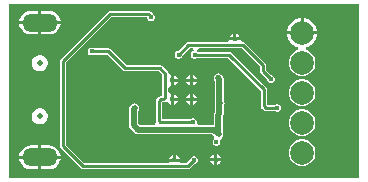
<source format=gbl>
%TF.GenerationSoftware,Altium Limited,Altium Designer,24.7.2 (38)*%
G04 Layer_Physical_Order=2*
G04 Layer_Color=16711680*
%FSLAX26Y26*%
%MOIN*%
%TF.SameCoordinates,5A157747-18B5-4676-A4C7-82BAAE217A37*%
%TF.FilePolarity,Positive*%
%TF.FileFunction,Copper,L2,Bot,Signal*%
%TF.Part,Single*%
G01*
G75*
%TA.AperFunction,Conductor*%
%ADD21C,0.010000*%
%ADD25C,0.019685*%
%TA.AperFunction,ComponentPad*%
%ADD28O,0.118110X0.059055*%
%ADD29C,0.019685*%
%ADD30C,0.078740*%
%TA.AperFunction,ViaPad*%
%ADD31C,0.015748*%
G36*
X1174625Y6477D02*
X6477D01*
Y584074D01*
X1174625D01*
Y6477D01*
D02*
G37*
%LPC*%
G36*
X139764Y563491D02*
X115236D01*
Y528622D01*
X178974D01*
X178274Y533941D01*
X174291Y543556D01*
X167955Y551813D01*
X159698Y558149D01*
X150083Y562132D01*
X139764Y563491D01*
D02*
G37*
G36*
X105236D02*
X80709D01*
X70390Y562132D01*
X60774Y558149D01*
X52517Y551813D01*
X46181Y543556D01*
X42199Y533941D01*
X41498Y528622D01*
X105236D01*
Y563491D01*
D02*
G37*
G36*
X472567Y562754D02*
X344300D01*
X340398Y561978D01*
X337090Y559768D01*
X180594Y403272D01*
X178384Y399964D01*
X177608Y396062D01*
Y111613D01*
X178384Y107711D01*
X180594Y104403D01*
X245987Y39011D01*
X249294Y36801D01*
X253196Y36025D01*
X604212D01*
X608114Y36801D01*
X611422Y39011D01*
X625561Y53150D01*
X626577D01*
X631308Y55110D01*
X634930Y58731D01*
X636890Y63463D01*
Y68585D01*
X634930Y73316D01*
X631308Y76938D01*
X626577Y78898D01*
X621455D01*
X616723Y76938D01*
X613102Y73316D01*
X611142Y68585D01*
Y67569D01*
X599989Y56416D01*
X580138D01*
X577648Y60143D01*
X539970D01*
X537480Y56416D01*
X257419D01*
X197999Y115836D01*
Y391839D01*
X348523Y542362D01*
X468344D01*
X468425Y542281D01*
Y537793D01*
X470385Y533062D01*
X474007Y529440D01*
X478738Y527480D01*
X483860D01*
X488592Y529440D01*
X492213Y533062D01*
X494173Y537793D01*
Y542915D01*
X492213Y547647D01*
X488592Y551268D01*
X486944Y551951D01*
X485635Y553910D01*
X479777Y559768D01*
X476469Y561978D01*
X472567Y562754D01*
D02*
G37*
G36*
X990752Y538735D02*
X989252D01*
Y494365D01*
X1033622D01*
Y495864D01*
X1030258Y508421D01*
X1023758Y519678D01*
X1014566Y528870D01*
X1003308Y535370D01*
X990752Y538735D01*
D02*
G37*
G36*
X979252D02*
X977752D01*
X965196Y535370D01*
X953938Y528870D01*
X944746Y519678D01*
X938246Y508421D01*
X934882Y495864D01*
Y494365D01*
X979252D01*
Y538735D01*
D02*
G37*
G36*
X178974Y518622D02*
X115236D01*
Y483753D01*
X139764D01*
X150083Y485112D01*
X159698Y489095D01*
X167955Y495431D01*
X174291Y503688D01*
X178274Y513303D01*
X178974Y518622D01*
D02*
G37*
G36*
X105236D02*
X41498D01*
X42199Y513303D01*
X46181Y503688D01*
X52517Y495431D01*
X60774Y489095D01*
X70390Y485112D01*
X80709Y483753D01*
X105236D01*
Y518622D01*
D02*
G37*
G36*
X764842Y486764D02*
Y474488D01*
X777118D01*
X774995Y479613D01*
X769967Y484641D01*
X764842Y486764D01*
D02*
G37*
G36*
X754842D02*
X749718Y484641D01*
X744690Y479613D01*
X742567Y474488D01*
X754842D01*
Y486764D01*
D02*
G37*
G36*
X113745Y414449D02*
X106727D01*
X99948Y412632D01*
X93871Y409123D01*
X88908Y404161D01*
X85399Y398083D01*
X83583Y391304D01*
Y384286D01*
X85399Y377507D01*
X88908Y371430D01*
X93871Y366467D01*
X99948Y362958D01*
X106727Y361142D01*
X113745D01*
X120524Y362958D01*
X126602Y366467D01*
X131564Y371430D01*
X135073Y377507D01*
X136890Y384286D01*
Y391304D01*
X135073Y398083D01*
X131564Y404161D01*
X126602Y409123D01*
X120524Y412632D01*
X113745Y414449D01*
D02*
G37*
G36*
X1033622Y484365D02*
X984252D01*
X934882D01*
Y482865D01*
X938246Y470308D01*
X944746Y459051D01*
X953938Y449859D01*
X965196Y443359D01*
X970444Y441953D01*
Y431600D01*
X967126Y430711D01*
X957008Y424870D01*
X948747Y416608D01*
X942906Y406491D01*
X939882Y395206D01*
Y383523D01*
X942906Y372238D01*
X948747Y362121D01*
X957008Y353860D01*
X967126Y348018D01*
X978411Y344995D01*
X990093D01*
X1001378Y348018D01*
X1011496Y353860D01*
X1019757Y362121D01*
X1025598Y372238D01*
X1028622Y383523D01*
Y395206D01*
X1025598Y406491D01*
X1019757Y416608D01*
X1011496Y424870D01*
X1001378Y430711D01*
X998060Y431600D01*
Y441953D01*
X1003308Y443359D01*
X1014566Y449859D01*
X1023758Y459051D01*
X1030258Y470308D01*
X1033622Y482865D01*
Y484365D01*
D02*
G37*
G36*
X620606Y348433D02*
Y336158D01*
X632882D01*
X630759Y341283D01*
X625731Y346311D01*
X620606Y348433D01*
D02*
G37*
G36*
X610606D02*
X605482Y346311D01*
X600454Y341283D01*
X598331Y336158D01*
X610606D01*
Y348433D01*
D02*
G37*
G36*
X556716D02*
Y336158D01*
X568992D01*
X566869Y341283D01*
X561841Y346311D01*
X556716Y348433D01*
D02*
G37*
G36*
X779378Y464488D02*
X740307D01*
X734010Y459015D01*
X605315D01*
X601413Y458239D01*
X598105Y456029D01*
X571289Y429213D01*
X570274D01*
X565542Y427253D01*
X561921Y423631D01*
X559961Y418899D01*
Y413778D01*
X561921Y409046D01*
X565542Y405425D01*
X570274Y403465D01*
X575395D01*
X580127Y405425D01*
X583749Y409046D01*
X585709Y413778D01*
Y414793D01*
X609538Y438623D01*
X621012D01*
X622077Y438112D01*
X623332Y429816D01*
X621651Y428478D01*
X623423Y429213D01*
Y429213D01*
X618692Y427253D01*
X615070Y423631D01*
X613110Y418899D01*
Y413778D01*
X615070Y409046D01*
X618692Y405425D01*
X623423Y403465D01*
X628545D01*
X633277Y405425D01*
X633995Y406143D01*
X737903D01*
X847088Y296958D01*
Y244047D01*
X847864Y240145D01*
X850074Y236837D01*
X855932Y230979D01*
X859240Y228769D01*
X863141Y227993D01*
X893564D01*
X894282Y227275D01*
X899014Y225315D01*
X904136D01*
X908867Y227275D01*
X912489Y230897D01*
X914449Y235628D01*
Y240750D01*
X912489Y245482D01*
X908867Y249103D01*
X904136Y251063D01*
X899014D01*
X894282Y249103D01*
X893564Y248385D01*
X867479D01*
Y301181D01*
X866703Y305083D01*
X864493Y308391D01*
X749336Y423548D01*
X746028Y425758D01*
X742126Y426534D01*
X637719D01*
X635560Y428623D01*
X639604Y438623D01*
X782194D01*
X843151Y377666D01*
Y362205D01*
X843927Y358303D01*
X846137Y354995D01*
X868032Y333101D01*
Y333069D01*
X869991Y328337D01*
X873613Y324716D01*
X878345Y322756D01*
X883466D01*
X888198Y324716D01*
X891819Y328337D01*
X893779Y333069D01*
Y338191D01*
X891819Y342922D01*
X888198Y346544D01*
X883466Y348504D01*
X881466D01*
X863542Y366428D01*
Y381890D01*
X862766Y385791D01*
X860556Y389099D01*
X793627Y456029D01*
X790319Y458239D01*
X786417Y459015D01*
X785675D01*
X779378Y464488D01*
D02*
G37*
G36*
X632882Y326158D02*
X620606D01*
Y313882D01*
X625731Y316005D01*
X630759Y321033D01*
X632882Y326158D01*
D02*
G37*
G36*
X610606D02*
X598331D01*
X600454Y321033D01*
X605482Y316005D01*
X610606Y313882D01*
Y326158D01*
D02*
G37*
G36*
X568992D02*
X556716D01*
Y313882D01*
X561841Y316005D01*
X566869Y321033D01*
X568992Y326158D01*
D02*
G37*
G36*
X620606Y284543D02*
Y272267D01*
X632882D01*
X630759Y277392D01*
X625731Y282420D01*
X620606Y284543D01*
D02*
G37*
G36*
X610606D02*
X605482Y282420D01*
X600454Y277392D01*
X598331Y272267D01*
X610606D01*
Y284543D01*
D02*
G37*
G36*
X556716D02*
Y272267D01*
X568992D01*
X566869Y277392D01*
X561841Y282420D01*
X556716Y284543D01*
D02*
G37*
G36*
X632882Y262267D02*
X620606D01*
Y249992D01*
X625731Y252115D01*
X630759Y257143D01*
X632882Y262267D01*
D02*
G37*
G36*
X610606D02*
X598331D01*
X600454Y257143D01*
X605482Y252115D01*
X610606Y249992D01*
Y262267D01*
D02*
G37*
G36*
X568992D02*
X556716D01*
Y249992D01*
X561841Y252115D01*
X566869Y257143D01*
X568992Y262267D01*
D02*
G37*
G36*
X990093Y333735D02*
X978411D01*
X967126Y330711D01*
X957008Y324870D01*
X948747Y316608D01*
X942906Y306491D01*
X939882Y295206D01*
Y283523D01*
X942906Y272238D01*
X948747Y262121D01*
X957008Y253860D01*
X967126Y248018D01*
X978411Y244994D01*
X990093D01*
X1001378Y248018D01*
X1011496Y253860D01*
X1019757Y262121D01*
X1025598Y272238D01*
X1028622Y283523D01*
Y295206D01*
X1025598Y306491D01*
X1019757Y316608D01*
X1011496Y324870D01*
X1001378Y330711D01*
X990093Y333735D01*
D02*
G37*
G36*
X113745Y237283D02*
X106727D01*
X99948Y235467D01*
X93871Y231958D01*
X88908Y226995D01*
X85399Y220918D01*
X83583Y214139D01*
Y207121D01*
X85399Y200342D01*
X88908Y194264D01*
X93871Y189302D01*
X99948Y185793D01*
X106727Y183976D01*
X113745D01*
X120524Y185793D01*
X126602Y189302D01*
X131564Y194264D01*
X135073Y200342D01*
X136890Y207121D01*
Y214139D01*
X135073Y220918D01*
X131564Y226995D01*
X126602Y231958D01*
X120524Y235467D01*
X113745Y237283D01*
D02*
G37*
G36*
X285041Y440039D02*
X279920D01*
X275188Y438079D01*
X271566Y434458D01*
X269606Y429726D01*
Y424605D01*
X271566Y419873D01*
X275188Y416251D01*
X279920Y414291D01*
X285041D01*
X289773Y416251D01*
X290491Y416969D01*
X334359D01*
X386491Y364838D01*
X389799Y362627D01*
X393701Y361851D01*
X505619D01*
X518347Y349123D01*
Y279881D01*
X513779D01*
X509878Y279105D01*
X506570Y276895D01*
X498696Y269021D01*
X496486Y265713D01*
X495710Y261811D01*
Y196882D01*
X496486Y192980D01*
X497493Y191472D01*
X495561Y185345D01*
X492754Y181472D01*
X444260D01*
X437966Y187767D01*
Y230094D01*
X440163Y233382D01*
X441315Y239173D01*
X440163Y244964D01*
X436882Y249874D01*
X431972Y253155D01*
X426181Y254307D01*
X420390Y253155D01*
X415480Y249874D01*
X412132Y246525D01*
X408851Y241616D01*
X407699Y235825D01*
X407699Y235824D01*
Y181499D01*
X407699Y181498D01*
X408851Y175707D01*
X412132Y170797D01*
X427291Y155638D01*
X427291Y155638D01*
X432201Y152357D01*
X437992Y151205D01*
X437992Y151205D01*
X684280D01*
X687230Y148256D01*
X687230Y148256D01*
X690276Y146220D01*
X691216Y138477D01*
X690755Y135236D01*
X689529Y133917D01*
X687905Y132292D01*
X685945Y127561D01*
Y122439D01*
X687905Y117707D01*
X691526Y114086D01*
X696258Y112126D01*
X701380D01*
X706111Y114086D01*
X709733Y117707D01*
X711693Y122439D01*
Y127561D01*
X712312Y135411D01*
X716135Y140033D01*
X717394Y140874D01*
X720674Y145784D01*
X721826Y151575D01*
X720674Y157366D01*
X719462Y159181D01*
Y165354D01*
X719462Y165354D01*
X719462Y165355D01*
Y208544D01*
X722247Y212713D01*
X723399Y218504D01*
X723399Y218504D01*
Y246331D01*
X724611Y248145D01*
X725763Y253937D01*
X724611Y259728D01*
X723399Y261543D01*
Y335630D01*
X722247Y341421D01*
X718966Y346331D01*
X718966Y346331D01*
X715425Y349872D01*
X710516Y353152D01*
X704724Y354304D01*
X698933Y353152D01*
X694024Y349872D01*
X690743Y344962D01*
X689591Y339171D01*
X690743Y333380D01*
X693132Y329804D01*
Y256302D01*
X693132Y256301D01*
X693602Y253937D01*
X693132Y251572D01*
X693132Y251572D01*
Y224526D01*
X690347Y220358D01*
X689195Y214567D01*
X689195Y214566D01*
Y181472D01*
X640881D01*
X632953Y188463D01*
Y193584D01*
X630993Y198316D01*
X627371Y201938D01*
X622640Y203898D01*
X617518D01*
X612786Y201938D01*
X612068Y201220D01*
X516101D01*
Y257588D01*
X518003Y259489D01*
X522685D01*
X526587Y260265D01*
X536563Y257143D01*
X541591Y252115D01*
X546716Y249992D01*
Y267267D01*
Y286203D01*
X538739Y292063D01*
Y306362D01*
X546716Y312222D01*
Y331158D01*
Y349693D01*
X544786Y350577D01*
X538260Y355755D01*
X537963Y357248D01*
X535753Y360556D01*
X517052Y379257D01*
X513744Y381467D01*
X509843Y382243D01*
X397924D01*
X345792Y434375D01*
X342485Y436585D01*
X338583Y437361D01*
X290491D01*
X289773Y438079D01*
X285041Y440039D01*
D02*
G37*
G36*
X990093Y233735D02*
X978411D01*
X967126Y230711D01*
X957008Y224869D01*
X948747Y216608D01*
X942906Y206491D01*
X939882Y195206D01*
Y183523D01*
X942906Y172238D01*
X948747Y162121D01*
X957008Y153860D01*
X967126Y148018D01*
X978411Y144994D01*
X990093D01*
X1001378Y148018D01*
X1011496Y153860D01*
X1019757Y162121D01*
X1025598Y172238D01*
X1028622Y183523D01*
Y195206D01*
X1025598Y206491D01*
X1019757Y216608D01*
X1011496Y224869D01*
X1001378Y230711D01*
X990093Y233735D01*
D02*
G37*
G36*
X139764Y114672D02*
X115236D01*
Y79803D01*
X178974D01*
X178274Y85122D01*
X174291Y94737D01*
X167955Y102995D01*
X159698Y109330D01*
X150083Y113313D01*
X139764Y114672D01*
D02*
G37*
G36*
X105236D02*
X80709D01*
X70390Y113313D01*
X60774Y109330D01*
X52517Y102995D01*
X46181Y94737D01*
X42199Y85122D01*
X41498Y79803D01*
X105236D01*
Y114672D01*
D02*
G37*
G36*
X700866Y84205D02*
Y71929D01*
X713142D01*
X711019Y77054D01*
X705991Y82082D01*
X700866Y84205D01*
D02*
G37*
G36*
X690866D02*
X685741Y82082D01*
X680713Y77054D01*
X678591Y71929D01*
X690866D01*
Y84205D01*
D02*
G37*
G36*
X563809Y82418D02*
Y70143D01*
X576085D01*
X573962Y75268D01*
X568934Y80296D01*
X563809Y82418D01*
D02*
G37*
G36*
X553809D02*
X548684Y80296D01*
X543656Y75268D01*
X541533Y70143D01*
X553809D01*
Y82418D01*
D02*
G37*
G36*
X713142Y61929D02*
X700866D01*
Y49654D01*
X705991Y51776D01*
X711019Y56804D01*
X713142Y61929D01*
D02*
G37*
G36*
X690866D02*
X678591D01*
X680713Y56804D01*
X685741Y51776D01*
X690866Y49654D01*
Y61929D01*
D02*
G37*
G36*
X990093Y133735D02*
X978411D01*
X967126Y130711D01*
X957008Y124870D01*
X948747Y116609D01*
X942906Y106491D01*
X939882Y95206D01*
Y83523D01*
X942906Y72238D01*
X948747Y62121D01*
X957008Y53860D01*
X967126Y48018D01*
X978411Y44995D01*
X990093D01*
X1001378Y48018D01*
X1011496Y53860D01*
X1019757Y62121D01*
X1025598Y72238D01*
X1028622Y83523D01*
Y95206D01*
X1025598Y106491D01*
X1019757Y116609D01*
X1011496Y124870D01*
X1001378Y130711D01*
X990093Y133735D01*
D02*
G37*
G36*
X178974Y69803D02*
X115236D01*
Y34935D01*
X139764D01*
X150083Y36293D01*
X159698Y40276D01*
X167955Y46612D01*
X174291Y54869D01*
X178274Y64484D01*
X178974Y69803D01*
D02*
G37*
G36*
X105236D02*
X41498D01*
X42199Y64484D01*
X46181Y54869D01*
X52517Y46612D01*
X60774Y40276D01*
X70390Y36293D01*
X80709Y34935D01*
X105236D01*
Y69803D01*
D02*
G37*
%LPD*%
D21*
X187804Y111613D02*
X253196Y46221D01*
X604212D02*
X624016Y66024D01*
X253196Y46221D02*
X604212D01*
X511763Y191024D02*
X620079D01*
X481299Y540354D02*
Y541910D01*
X472567Y552558D02*
X478425Y546700D01*
X344300Y552558D02*
X472567D01*
X478425Y544784D02*
Y546700D01*
Y544784D02*
X481299Y541910D01*
X187804Y111613D02*
Y396062D01*
X344300Y552558D01*
X863141Y238189D02*
X901575D01*
X857284Y244047D02*
Y301181D01*
Y244047D02*
X863141Y238189D01*
X282480Y427165D02*
X338583D01*
X393701Y372047D01*
X509843D01*
X528543Y353346D01*
X513779Y269685D02*
X522685D01*
X528543Y275543D01*
X505906Y196882D02*
Y261811D01*
X513779Y269685D01*
X528543Y275543D02*
Y353346D01*
X505906Y196882D02*
X511763Y191024D01*
X742126Y416339D02*
X857284Y301181D01*
X853346Y362205D02*
X878937Y336614D01*
X786417Y448819D02*
X853346Y381890D01*
Y362205D02*
Y381890D01*
X605315Y448819D02*
X786417D01*
X625984Y416339D02*
X742126D01*
X572835D02*
X605315Y448819D01*
D25*
X437992Y166339D02*
X690549D01*
X697931Y158957D01*
X422832Y181498D02*
X437992Y166339D01*
X422832Y181498D02*
Y235825D01*
X708265Y218504D02*
Y251572D01*
X710630Y253937D02*
Y253937D01*
X704328Y165354D02*
Y165354D01*
X422832Y235825D02*
X426181Y239173D01*
X704328Y165354D02*
Y214567D01*
Y153939D02*
X706693Y151575D01*
X704328Y153939D02*
Y165354D01*
Y214567D02*
X708265Y218504D01*
Y256301D02*
X710630Y253937D01*
X704724Y339171D02*
X708265Y335630D01*
X697931Y158957D02*
X704328Y165354D01*
X708265Y256301D02*
Y335630D01*
Y251572D02*
X710630Y253937D01*
D28*
X110236Y74803D02*
D03*
Y523622D02*
D03*
D29*
Y210630D02*
D03*
Y387795D02*
D03*
D30*
X984252Y489365D02*
D03*
Y189365D02*
D03*
Y89365D02*
D03*
Y289365D02*
D03*
Y389365D02*
D03*
D31*
X1145670Y535434D02*
D03*
X1125985Y496064D02*
D03*
X1145670Y456694D02*
D03*
X1125985Y417324D02*
D03*
X1145670Y377954D02*
D03*
X1125985Y338583D02*
D03*
X1145670Y299213D02*
D03*
X1125985Y259843D02*
D03*
X1145670Y220473D02*
D03*
X1125985Y181103D02*
D03*
X1145670Y141733D02*
D03*
X1125985Y102363D02*
D03*
X1145670Y62993D02*
D03*
X1125985Y23623D02*
D03*
X1106300Y535434D02*
D03*
X1086615Y496064D02*
D03*
X1106300Y456694D02*
D03*
X1086615Y417324D02*
D03*
X1106300Y377954D02*
D03*
X1086615Y338583D02*
D03*
X1106300Y299213D02*
D03*
X1086615Y259843D02*
D03*
X1106300Y220473D02*
D03*
X1086615Y181103D02*
D03*
X1106300Y141733D02*
D03*
X1086615Y102363D02*
D03*
X1106300Y62993D02*
D03*
X1086615Y23623D02*
D03*
X1066930Y535434D02*
D03*
X1047245Y496064D02*
D03*
X1066930Y456694D02*
D03*
X1047245Y417324D02*
D03*
X1066930Y377954D02*
D03*
X1047245Y338583D02*
D03*
X1066930Y299213D02*
D03*
X1047245Y259843D02*
D03*
X1066930Y220473D02*
D03*
X1047245Y181103D02*
D03*
X1066930Y141733D02*
D03*
X1047245Y102363D02*
D03*
X1066930Y62993D02*
D03*
X1047245Y23623D02*
D03*
X1027560Y535434D02*
D03*
X1007875Y338583D02*
D03*
X1027560Y220473D02*
D03*
Y141733D02*
D03*
X1007875Y23623D02*
D03*
X968505D02*
D03*
X948820Y535434D02*
D03*
X929135Y338583D02*
D03*
Y259843D02*
D03*
X948820Y141733D02*
D03*
X929135Y23623D02*
D03*
X909450Y535434D02*
D03*
X889765Y496064D02*
D03*
X909450Y456694D02*
D03*
X889765Y259843D02*
D03*
Y181103D02*
D03*
X909450Y141733D02*
D03*
X889765Y23623D02*
D03*
X870080Y535434D02*
D03*
X850395Y496064D02*
D03*
Y338583D02*
D03*
Y181103D02*
D03*
X830710Y535434D02*
D03*
Y377954D02*
D03*
Y299213D02*
D03*
X811025Y259843D02*
D03*
X830710Y220473D02*
D03*
X811025Y181103D02*
D03*
Y102363D02*
D03*
X653544Y496064D02*
D03*
X555119Y535434D02*
D03*
X496064Y417324D02*
D03*
X476379Y456694D02*
D03*
X456694Y417324D02*
D03*
Y338583D02*
D03*
Y23623D02*
D03*
X437009Y456694D02*
D03*
X417324Y417324D02*
D03*
Y338583D02*
D03*
Y23623D02*
D03*
X377954Y496064D02*
D03*
X397639Y456694D02*
D03*
X377954Y417324D02*
D03*
Y338583D02*
D03*
Y23623D02*
D03*
X338583Y496064D02*
D03*
X358268Y456694D02*
D03*
Y377954D02*
D03*
X338583Y338583D02*
D03*
Y23623D02*
D03*
X299213Y181103D02*
D03*
X318898Y141733D02*
D03*
X299213Y23623D02*
D03*
X279528Y535434D02*
D03*
X259843Y496064D02*
D03*
X279528Y456694D02*
D03*
Y299213D02*
D03*
X259843Y23623D02*
D03*
X240158Y535434D02*
D03*
X220473Y496064D02*
D03*
X240158Y377954D02*
D03*
Y299213D02*
D03*
Y220473D02*
D03*
X220473Y23623D02*
D03*
X200788Y535434D02*
D03*
X181103Y496064D02*
D03*
X200788Y62993D02*
D03*
X181103Y23623D02*
D03*
X141733Y417324D02*
D03*
X161418Y377954D02*
D03*
X141733Y338583D02*
D03*
X161418Y299213D02*
D03*
X141733Y259843D02*
D03*
X161418Y220473D02*
D03*
X141733Y181103D02*
D03*
Y23623D02*
D03*
X122048Y456694D02*
D03*
X102363Y338583D02*
D03*
X122048Y299213D02*
D03*
X102363Y259843D02*
D03*
X122048Y141733D02*
D03*
X102363Y23623D02*
D03*
X82678Y456694D02*
D03*
X62993Y417324D02*
D03*
Y338583D02*
D03*
X82678Y299213D02*
D03*
X62993Y259843D02*
D03*
Y181103D02*
D03*
X82678Y141733D02*
D03*
X62993Y23623D02*
D03*
X23623Y496064D02*
D03*
X43308Y456694D02*
D03*
X23623Y417324D02*
D03*
X43308Y377954D02*
D03*
X23623Y338583D02*
D03*
X43308Y299213D02*
D03*
X23623Y259843D02*
D03*
X43308Y220473D02*
D03*
X23623Y181103D02*
D03*
X43308Y141733D02*
D03*
X23623Y102363D02*
D03*
Y23623D02*
D03*
X759842Y469488D02*
D03*
X558809Y65143D02*
D03*
X620079Y191024D02*
D03*
X551716Y331158D02*
D03*
X615606D02*
D03*
Y267267D02*
D03*
X551716D02*
D03*
X695866Y66929D02*
D03*
X624016Y66024D02*
D03*
X481299Y540354D02*
D03*
X698819Y125000D02*
D03*
X426181Y239173D02*
D03*
X706693Y151575D02*
D03*
X710630Y253937D02*
D03*
X704724Y340551D02*
D03*
X625984Y416339D02*
D03*
X572835D02*
D03*
X880905Y335630D02*
D03*
X282480Y427165D02*
D03*
X901575Y238189D02*
D03*
%TF.MD5,d5f590de7724eec00a27cacf9af87a68*%
M02*

</source>
